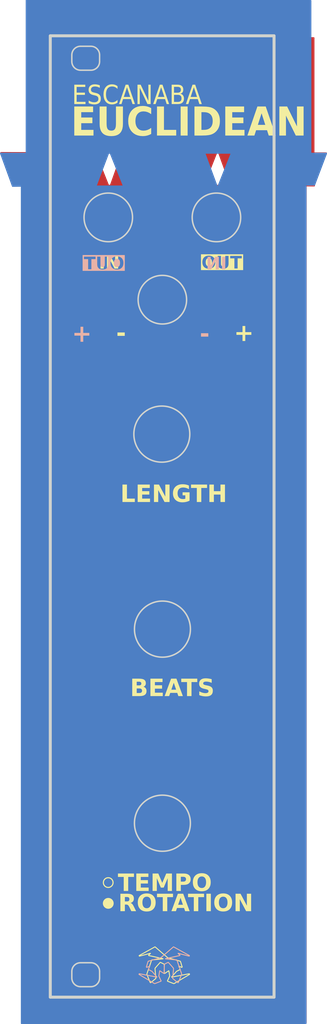
<source format=kicad_pcb>
(kicad_pcb (version 20221018) (generator pcbnew)
  (layers (0 "F.Cu" signal) (31 "B.Cu" signal) (34 "B.Paste" user) (35 "F.Paste" user) (36 "B.SilkS" user "B.Silkscreen") (37 "F.SilkS" user "F.Silkscreen") (38 "B.Mask" user) (39 "F.Mask" user) (44 "Edge.Cuts" user))
  (net 0 "")
  (gr_poly (pts (xy 105.164813 48.890955) (xy 106.708773 53.126557) (xy 117.950389 53.26365) (xy 119.556334 48.857093)) (stroke (width 0.15)) (fill solid) (layer "F.Cu"))
  (gr_poly (pts (xy 75.958977 48.80963) (xy 77.564922 53.039924) (xy 90.343896 53.124931) (xy 88.63158 48.844925)) (stroke (width 0.15)) (fill solid) (layer "F.Cu"))
  (gr_rect (start 78.74 53.215221) (end 116.84 165.1) (stroke (width 0.2)) (fill solid) (layer "F.Cu"))
  (gr_poly (pts (xy 92.222602 48.738846) (xy 90.647694 53.153331) (xy 103.185523 53.088889) (xy 104.915756 48.735826)) (stroke (width 0.15)) (fill solid) (layer "F.Cu"))
  (gr_rect (start 79.787659 33.485194) (end 117.887659 48.750594) (stroke (width 0.2)) (fill solid) (layer "F.Cu"))
  (gr_rect (start 79.374469 28.513269) (end 117.474469 48.858669) (stroke (width 0.2)) (fill solid) (layer "B.Cu"))
  (gr_poly (pts (xy 103.280867 48.87401) (xy 104.898102 53.227733) (xy 92.353439 53.209877) (xy 90.589425 48.825676)) (stroke (width 0.15)) (fill solid) (layer "B.Cu"))
  (gr_rect (start 78.724649 53.309594) (end 116.824649 165.194373) (stroke (width 0.2)) (fill solid) (layer "B.Cu"))
  (gr_poly (pts (xy 90.357548 48.942678) (xy 88.751603 53.172972) (xy 77.509987 53.310065) (xy 75.904042 48.903508)) (stroke (width 0.15)) (fill solid) (layer "B.Cu"))
  (gr_poly (pts (xy 119.605672 48.904003) (xy 117.999727 53.134297) (xy 105.098143 53.222098) (xy 106.828474 48.918025)) (stroke (width 0.15)) (fill solid) (layer "B.Cu"))
  (gr_poly (pts (xy 99.097141 154.979417) (xy 99.09329 154.97968) (xy 99.089469 154.980159) (xy 99.085729 154.980852) (xy 99.082122 154.981753) (xy 99.078696 154.982861) (xy 99.075503 154.98417) (xy 99.072593 154.985676) (xy 99.07126 154.986502) (xy 99.070016 154.987376) (xy 99.068868 154.988298) (xy 99.067823 154.989267) (xy 99.04214 155.010336) (xy 99.016642 155.031808) (xy 98.965958 155.075589) (xy 98.915274 155.119866) (xy 98.864094 155.163896) (xy 98.681531 155.320001) (xy 98.387844 155.573999) (xy 98.205282 155.732744) (xy 98.020073 155.891496) (xy 97.99638 155.910469) (xy 97.972903 155.929657) (xy 97.926477 155.968559) (xy 97.880547 156.007956) (xy 97.834865 156.047601) (xy 97.649657 156.206354) (xy 97.467094 156.365106) (xy 97.456553 156.37379) (xy 97.445767 156.381993) (xy 97.434741 156.389731) (xy 97.423479 156.39702) (xy 97.411984 156.403875) (xy 97.40026 156.410311) (xy 97.388312 156.416344) (xy 97.376143 156.42199) (xy 97.363757 156.427264) (xy 97.351157 156.432181) (xy 97.338349 156.436757) (xy 97.325335 156.441007) (xy 97.312119 156.444948) (xy 97.298706 156.448594) (xy 97.285099 156.451961) (xy 97.271302 156.455064) (xy 97.258404 156.457724) (xy 97.245505 156.460718) (xy 97.219709 156.46755) (xy 97.193912 156.47525) (xy 97.168115 156.483508) (xy 97.116521 156.500457) (xy 97.090724 156.508528) (xy 97.064928 156.515916) (xy 97.044211 156.521643) (xy 97.023711 156.526998) (xy 96.983238 156.537087) (xy 96.94326 156.547175) (xy 96.92338 156.552528) (xy 96.903532 156.558252) (xy 96.772563 156.597613) (xy 96.707078 156.616674) (xy 96.641593 156.634988) (xy 96.587602 156.648501) (xy 96.533114 156.661771) (xy 96.478627 156.675539) (xy 96.451538 156.682841) (xy 96.424635 156.690546) (xy 96.398839 156.697722) (xy 96.373042 156.705303) (xy 96.321448 156.721303) (xy 96.21826 156.754045) (xy 96.059511 156.796381) (xy 95.992497 156.814694) (xy 95.926227 156.833752) (xy 95.794928 156.873109) (xy 95.792417 156.87407) (xy 95.789848 156.874968) (xy 95.787225 156.875805) (xy 95.784551 156.87658) (xy 95.781831 156.877292) (xy 95.779069 156.877943) (xy 95.776267 156.878532) (xy 95.773431 156.879059) (xy 95.770564 156.879524) (xy 95.767669 156.879927) (xy 95.764751 156.880269) (xy 95.761814 156.880548) (xy 95.755897 156.88092) (xy 95.749949 156.881044) (xy 95.742745 156.882212) (xy 95.736002 156.883722) (xy 95.729703 156.885559) (xy 95.723827 156.887707) (xy 95.718356 156.890151) (xy 95.713271 156.892877) (xy 95.708554 156.895869) (xy 95.704185 156.899113) (xy 95.700145 156.902593) (xy 95.696416 156.906294) (xy 95.692978 156.910202) (xy 95.689813 156.914301) (xy 95.686902 156.918577) (xy 95.684226 156.923013) (xy 95.679504 156.932311) (xy 95.675494 156.942073) (xy 95.672047 156.95218) (xy 95.66901 156.962512) (xy 95.666233 156.972948) (xy 95.660853 156.993654) (xy 95.657949 157.003684) (xy 95.654699 157.013338) (xy 95.637336 157.062948) (xy 95.620964 157.112558) (xy 95.605585 157.162168) (xy 95.591198 157.211778) (xy 95.53299 157.415498) (xy 95.522613 157.447704) (xy 95.511493 157.480652) (xy 95.488011 157.547792) (xy 95.483826 157.560811) (xy 95.47933 157.574045) (xy 95.470152 157.60104) (xy 95.465842 157.614739) (xy 95.461967 157.628532) (xy 95.460249 157.635453) (xy 95.458711 157.642387) (xy 95.457374 157.649329) (xy 95.456261 157.656274) (xy 95.456067 157.657537) (xy 95.455976 157.658843) (xy 95.455986 157.660189) (xy 95.456091 157.661571) (xy 95.456287 157.662986) (xy 95.456569 157.664431) (xy 95.456934 157.665901) (xy 95.457378 157.667395) (xy 95.45848 157.670437) (xy 95.459843 157.673529) (xy 95.46143 157.676644) (xy 95.463207 157.679756) (xy 95.465139 157.682836) (xy 95.467191 157.685859) (xy 95.469329 157.688796) (xy 95.471516 157.691622) (xy 95.47372 157.694307) (xy 95.475904 157.696827) (xy 95.478034 157.699152) (xy 95.480074 157.701257) (xy 95.482178 157.702712) (xy 95.484498 157.704093) (xy 95.487004 157.705389) (xy 95.489665 157.706588) (xy 95.492451 157.707678) (xy 95.495329 157.708649) (xy 95.498269 157.709487) (xy 95.501241 157.710183) (xy 95.504212 157.710723) (xy 95.507152 157.711097) (xy 95.510031 157.711292) (xy 95.512816 157.711298) (xy 95.515477 157.711103) (xy 95.517984 157.710694) (xy 95.519169 157.710407) (xy 95.520304 157.710061) (xy 95.521385 157.709657) (xy 95.522407 157.709192) (xy 95.592315 157.680956) (xy 95.662967 157.651976) (xy 95.805511 157.592775) (xy 95.882241 157.561029) (xy 95.900761 157.561029) (xy 95.90079 157.56208) (xy 95.90087 157.563239) (xy 95.901133 157.565822) (xy 95.901459 157.568653) (xy 95.901753 157.571608) (xy 95.90186 157.573094) (xy 95.901924 157.574564) (xy 95.901933 157.576003) (xy 95.901877 157.577396) (xy 95.901744 157.578727) (xy 95.901521 157.57998) (xy 95.901372 157.580573) (xy 95.901197 157.581141) (xy 95.900994 157.581681) (xy 95.900761 157.582193) (xy 95.829986 157.735314) (xy 95.793605 157.81101) (xy 95.774733 157.848751) (xy 95.755241 157.886461) (xy 95.737862 157.919639) (xy 95.731144 157.933193) (xy 95.725847 157.945037) (xy 95.723758 157.950392) (xy 95.722055 157.955408) (xy 95.720748 157.960116) (xy 95.719848 157.964544) (xy 95.719364 157.968722) (xy 95.719307 157.972679) (xy 95.719687 157.976446) (xy 95.720515 157.980052) (xy 95.721799 157.983525) (xy 95.723551 157.986897) (xy 95.725781 157.990195) (xy 95.728499 157.993451) (xy 95.731714 157.996693) (xy 95.735438 157.999951) (xy 95.73968 158.003255) (xy 95.744451 158.006633) (xy 95.755619 158.013734) (xy 95.769023 158.02149) (xy 95.802866 158.039911) (xy 96.120367 158.203958) (xy 96.146452 158.215985) (xy 96.15948 158.222232) (xy 96.17229 158.228758) (xy 96.178566 158.232155) (xy 96.184729 158.235657) (xy 96.19076 158.239275) (xy 96.19664 158.243021) (xy 96.20235 158.246906) (xy 96.207869 158.250942) (xy 96.21318 158.255142) (xy 96.218261 158.259515) (xy 96.225613 158.267018) (xy 96.232798 158.274633) (xy 96.246746 158.290153) (xy 96.260259 158.305982) (xy 96.273493 158.322028) (xy 96.299745 158.354396) (xy 96.313072 158.370533) (xy 96.326741 158.386514) (xy 96.327229 158.386778) (xy 96.327703 158.387072) (xy 96.328162 158.387394) (xy 96.328606 158.387742) (xy 96.329456 158.388512) (xy 96.330255 158.389372) (xy 96.331008 158.390308) (xy 96.331718 158.39131) (xy 96.332389 158.392367) (xy 96.333025 158.393466) (xy 96.33363 158.394595) (xy 96.334209 158.395744) (xy 96.335299 158.398053) (xy 96.336327 158.4003) (xy 96.337325 158.402391) (xy 96.373002 158.440131) (xy 96.408431 158.478121) (xy 96.425975 158.497288) (xy 96.443364 158.516611) (xy 96.460567 158.536121) (xy 96.477553 158.555849) (xy 96.744782 158.862764) (xy 96.855906 159.000345) (xy 96.856868 159.001367) (xy 96.857772 159.002447) (xy 96.858621 159.003581) (xy 96.85942 159.004766) (xy 96.860173 159.005998) (xy 96.860883 159.007273) (xy 96.861554 159.008586) (xy 96.86219 159.009934) (xy 96.862796 159.011313) (xy 96.863374 159.01272) (xy 96.864464 159.015598) (xy 96.865493 159.018538) (xy 96.86649 159.021509) (xy 96.842678 159.021509) (xy 96.660116 158.98446) (xy 96.488136 158.94742) (xy 96.408761 158.931543) (xy 96.342408 158.917691) (xy 96.274815 158.904089) (xy 96.206727 158.890984) (xy 96.138886 158.878625) (xy 95.961615 158.849519) (xy 95.786991 158.812479) (xy 95.767028 158.808624) (xy 95.746848 158.804956) (xy 95.705962 158.797929) (xy 95.664579 158.790903) (xy 95.622949 158.78338) (xy 95.601116 158.779182) (xy 95.579252 158.774612) (xy 95.535307 158.764853) (xy 95.490865 158.755096) (xy 95.468381 158.750527) (xy 95.445679 158.746332) (xy 95.273699 158.717233) (xy 95.25199 158.713144) (xy 95.230498 158.708837) (xy 95.18804 158.699699) (xy 95.146079 158.690066) (xy 95.104366 158.680185) (xy 95.06104 158.672249) (xy 95.039998 158.668279) (xy 95.0197 158.664308) (xy 94.755116 158.614038) (xy 94.580492 158.584939) (xy 94.578507 158.584879) (xy 94.576523 158.584707) (xy 94.574539 158.584434) (xy 94.572554 158.584072) (xy 94.57057 158.583632) (xy 94.568585 158.583127) (xy 94.564617 158.581965) (xy 94.556679 158.579362) (xy 94.55271 158.578106) (xy 94.550726 158.57753) (xy 94.548742 158.577005) (xy 94.545781 158.576067) (xy 94.542851 158.575237) (xy 94.539954 158.574517) (xy 94.537089 158.573908) (xy 94.534256 158.573408) (xy 94.531458 158.57302) (xy 94.528693 158.572743) (xy 94.525963 158.572579) (xy 94.523267 158.572526) (xy 94.520607 158.572587) (xy 94.517983 158.572761) (xy 94.515395 158.573049) (xy 94.512844 158.573451) (xy 94.51033 158.573968) (xy 94.507854 158.5746) (xy 94.505416 158.575348) (xy 94.503017 158.576213) (xy 94.500657 158.577194) (xy 94.498337 158.578293) (xy 94.496057 158.579509) (xy 94.493818 158.580843) (xy 94.49162 158.582297) (xy 94.489464 158.583869) (xy 94.48735 158.585561) (xy 94.485278 158.587373) (xy 94.48325 158.589306) (xy 94.481265 158.59136) (xy 94.479324 158.593536) (xy 94.477428 158.595833) (xy 94.475577 158.598254) (xy 94.473772 158.600797) (xy 94.472012 158.603464) (xy 94.469358 158.608751) (xy 94.467729 158.611456) (xy 94.466311 158.614114) (xy 94.465097 158.616726) (xy 94.464082 158.619291) (xy 94.463258 158.62181) (xy 94.46262 158.624283) (xy 94.462161 158.626709) (xy 94.461875 158.629088) (xy 94.461756 158.631421) (xy 94.461797 158.633708) (xy 94.461992 158.635948) (xy 94.462335 158.638142) (xy 94.462819 158.640289) (xy 94.463439 158.64239) (xy 94.464187 158.644444) (xy 94.465058 158.646451) (xy 94.466046 158.648413) (xy 94.467143 158.650327) (xy 94.468344 158.652196) (xy 94.469642 158.654017) (xy 94.471031 158.655793) (xy 94.472506 158.657521) (xy 94.474058 158.659204) (xy 94.475683 158.660839) (xy 94.479124 158.663971) (xy 94.482778 158.666917) (xy 94.486595 158.669677) (xy 94.490525 158.67225) (xy 94.550015 158.706024) (xy 94.609257 158.740048) (xy 94.668002 158.774568) (xy 94.726004 158.809831) (xy 94.953546 158.947412) (xy 95.144046 159.058534) (xy 95.202006 159.092725) (xy 95.260463 159.127658) (xy 95.318919 159.163087) (xy 95.376879 159.198762) (xy 95.475767 159.25433) (xy 95.524591 159.282112) (xy 95.572671 159.309892) (xy 95.678505 159.376039) (xy 95.956317 159.540079) (xy 96.128297 159.640626) (xy 96.190268 159.678329) (xy 96.252982 159.716032) (xy 96.379652 159.791437) (xy 96.459688 159.841711) (xy 96.480162 159.853813) (xy 96.490512 159.859582) (xy 96.500946 159.865109) (xy 96.511474 159.870358) (xy 96.522103 159.875289) (xy 96.53284 159.879863) (xy 96.543693 159.884042) (xy 96.54646 159.884943) (xy 96.5493 159.885665) (xy 96.55221 159.886216) (xy 96.555186 159.886602) (xy 96.56132 159.886911) (xy 96.567671 159.88665) (xy 96.574208 159.885877) (xy 96.5809 159.88465) (xy 96.587716 159.883028) (xy 96.594626 159.881069) (xy 96.601597 159.87883) (xy 96.608599 159.876371) (xy 96.622572 159.871022) (xy 96.649527 159.860231) (xy 96.715425 159.835965) (xy 96.781818 159.810954) (xy 96.848212 159.785446) (xy 96.91411 159.759691) (xy 96.967275 159.739391) (xy 97.019943 159.718345) (xy 97.125777 159.67502) (xy 97.256745 159.623757) (xy 97.32223 159.598745) (xy 97.387715 159.57448) (xy 97.390644 159.573425) (xy 97.393478 159.572251) (xy 97.396213 159.570961) (xy 97.398846 159.569558) (xy 97.401374 159.568047) (xy 97.403795 159.566431) (xy 97.406106 159.564715) (xy 97.408303 159.562901) (xy 97.410383 159.560995) (xy 97.412345 159.558999) (xy 97.414184 159.556919) (xy 97.415899 159.554757) (xy 97.417486 159.552517) (xy 97.418941 159.550204) (xy 97.420263 159.547821) (xy 97.421449 159.545372) (xy 97.422495 159.542862) (xy 97.423398 159.540293) (xy 97.424157 159.53767) (xy 97.424767 159.534997) (xy 97.425225 159.532277) (xy 97.42553 159.529514) (xy 97.425678 159.526713) (xy 97.425666 159.523877) (xy 97.425491 159.52101) (xy 97.42515 159.518116) (xy 97.424641 159.515198) (xy 97.42396 159.512262) (xy 97.423105 159.509309) (xy 97.422073 159.506345) (xy 97.42086 159.503374) (xy 97.419465 159.500398) (xy 97.344388 159.346937) (xy 97.307471 159.270456) (xy 97.271297 159.193475) (xy 97.170755 158.973878) (xy 97.167692 158.967457) (xy 97.164482 158.961087) (xy 97.157774 158.948451) (xy 97.150943 158.935878) (xy 97.144298 158.923274) (xy 97.141142 158.916931) (xy 97.138148 158.910545) (xy 97.135356 158.904105) (xy 97.132805 158.8976) (xy 97.130532 158.891016) (xy 97.128578 158.884343) (xy 97.12698 158.87757) (xy 97.125777 158.870683) (xy 97.124966 158.864204) (xy 97.1245 158.857667) (xy 97.124352 158.851075) (xy 97.124495 158.844433) (xy 97.124901 158.837745) (xy 97.125544 158.831013) (xy 97.126396 158.824243) (xy 97.12743 158.817439) (xy 97.129937 158.80374) (xy 97.132846 158.789948) (xy 97.139005 158.762208) (xy 97.140087 158.755758) (xy 97.141331 158.749304) (xy 97.144214 158.736369) (xy 97.14747 158.723373) (xy 97.150912 158.710284) (xy 97.154354 158.697071) (xy 97.157609 158.683702) (xy 97.160493 158.670147) (xy 97.161737 158.66329) (xy 97.162818 158.656374) (xy 97.175055 158.55583) (xy 97.181793 158.505309) (xy 97.189276 158.455286) (xy 97.197668 158.408078) (xy 97.206805 158.361363) (xy 97.226318 158.267435) (xy 97.236901 158.196001) (xy 97.237939 158.192246) (xy 97.239064 158.188906) (xy 97.24027 158.185965) (xy 97.241552 158.183402) (xy 97.242904 158.181199) (xy 97.244319 158.179339) (xy 97.245793 158.177802) (xy 97.247319 158.176571) (xy 97.248892 158.175626) (xy 97.250505 158.17495) (xy 97.252153 158.174524) (xy 97.25383 158.174329) (xy 97.255531 158.174348) (xy 97.257249 158.174561) (xy 97.258978 158.174951) (xy 97.260714 158.175498) (xy 97.262449 158.176186) (xy 97.264178 158.176994) (xy 97.265896 158.177905) (xy 97.267597 158.1789) (xy 97.270922 158.18107) (xy 97.274108 158.183356) (xy 97.279875 158.187686) (xy 97.282364 158.189436) (xy 97.284526 158.190713) (xy 97.385316 158.256656) (xy 97.48561 158.32334) (xy 97.686693 158.457941) (xy 97.699705 158.466751) (xy 97.712903 158.475345) (xy 97.726225 158.483754) (xy 97.73961 158.492007) (xy 97.792527 158.524087) (xy 97.795052 158.525686) (xy 97.797659 158.527012) (xy 97.800339 158.528074) (xy 97.803079 158.528879) (xy 97.80587 158.529434) (xy 97.8087 158.529746) (xy 97.811559 158.529823) (xy 97.814437 158.529671) (xy 97.817323 158.529299) (xy 97.820206 158.528713) (xy 97.823075 158.52792) (xy 97.82592 158.526928) (xy 97.82873 158.525745) (xy 97.831494 158.524377) (xy 97.834203 158.522831) (xy 97.836844 158.521116) (xy 97.839408 158.519237) (xy 97.841884 158.517204) (xy 97.844261 158.515021) (xy 97.846528 158.512698) (xy 97.848676 158.510241) (xy 97.850692 158.507658) (xy 97.852567 158.504955) (xy 97.85429 158.502141) (xy 97.85585 158.499221) (xy 97.857237 158.496204) (xy 97.85844 158.493098) (xy 97.859447 158.489908) (xy 97.86025 158.486642) (xy 97.860836 158.483308) (xy 97.861196 158.479914) (xy 97.861318 158.476465) (xy 97.861318 158.206598) (xy 97.855696 157.918203) (xy 97.848089 157.629808) (xy 97.840482 157.482962) (xy 97.837299 157.409542) (xy 97.83486 157.336122) (xy 97.834891 157.335107) (xy 97.834982 157.334049) (xy 97.835131 157.332952) (xy 97.835336 157.331821) (xy 97.835907 157.329469) (xy 97.836679 157.327024) (xy 97.837638 157.324517) (xy 97.838767 157.32198) (xy 97.840051 157.319442) (xy 97.841475 157.316936) (xy 97.843022 157.314492) (xy 97.844679 157.31214) (xy 97.846428 157.309913) (xy 97.848255 157.307841) (xy 97.850144 157.305955) (xy 97.851106 157.305091) (xy 97.852079 157.304285) (xy 97.853059 157.303541) (xy 97.854045 157.302864) (xy 97.855035 157.302256) (xy 97.856027 157.301721) (xy 97.991295 157.230617) (xy 98.059549 157.195684) (xy 98.128547 157.161493) (xy 98.186963 157.133754) (xy 98.246618 157.106263) (xy 98.30677 157.079268) (xy 98.366673 157.053018) (xy 98.369212 157.052116) (xy 98.371851 157.051397) (xy 98.374568 157.050856) (xy 98.37734 157.05049) (xy 98.380142 157.050295) (xy 98.382952 157.050267) (xy 98.385746 157.050401) (xy 98.388502 157.050695) (xy 98.391196 157.051144) (xy 98.393804 157.051744) (xy 98.396304 157.052492) (xy 98.398672 157.053383) (xy 98.400885 157.054414) (xy 98.402919 157.05558) (xy 98.403863 157.056213) (xy 98.404753 157.056879) (xy 98.405586 157.057576) (xy 98.406361 157.058305) (xy 98.625966 157.304361) (xy 98.739405 157.430043) (xy 98.795257 157.492634) (xy 98.850861 157.555719) (xy 98.872798 157.581289) (xy 98.894889 157.606487) (xy 98.939166 157.656263) (xy 98.982946 157.706038) (xy 99.004417 157.731237) (xy 99.025486 157.756807) (xy 99.035924 157.769825) (xy 99.046983 157.78306) (xy 99.058041 157.79648) (xy 99.063377 157.80325) (xy 99.06848 157.810055) (xy 99.073273 157.816891) (xy 99.077679 157.823754) (xy 99.081619 157.830641) (xy 99.085017 157.837547) (xy 99.086488 157.841006) (xy 99.087794 157.844468) (xy 99.088926 157.847934) (xy 99.089874 157.851402) (xy 99.090629 157.854872) (xy 99.091179 157.858343) (xy 99.091517 157.861816) (xy 99.091631 157.865289) (xy 99.091807 157.904977) (xy 99.090556 157.944665) (xy 99.08819 157.984354) (xy 99.085017 158.024042) (xy 99.077493 158.103418) (xy 99.073762 158.143106) (xy 99.070465 158.182794) (xy 99.069354 158.199548) (xy 99.068026 158.216115) (xy 99.064842 158.248937) (xy 99.061163 158.281759) (xy 99.057235 158.31508) (xy 99.030777 158.632585) (xy 99.02685 158.665907) (xy 99.02317 158.698732) (xy 99.019987 158.731556) (xy 99.01866 158.748124) (xy 99.017549 158.764879) (xy 98.99109 159.082384) (xy 98.977862 159.137941) (xy 98.977008 159.143314) (xy 98.976425 159.148521) (xy 98.976106 159.153567) (xy 98.976043 159.158457) (xy 98.976227 159.163197) (xy 98.976652 159.167789) (xy 98.97731 159.17224) (xy 98.978192 159.176555) (xy 98.979292 159.180738) (xy 98.9806 159.184793) (xy 98.982111 159.188727) (xy 98.983815 159.192543) (xy 98.985705 159.196247) (xy 98.987773 159.199844) (xy 98.990012 159.203337) (xy 98.992414 159.206733) (xy 98.99497 159.210036) (xy 98.997674 159.213251) (xy 99.003493 159.219435) (xy 99.009808 159.225324) (xy 99.016557 159.230958) (xy 99.023678 159.236374) (xy 99.031109 159.241613) (xy 99.038788 159.246712) (xy 99.046653 159.25171) (xy 99.05205 159.255214) (xy 99.05733 159.258776) (xy 99.062501 159.262392) (xy 99.067572 159.266058) (xy 99.077442 159.273527) (xy 99.087002 159.28115) (xy 99.096314 159.288897) (xy 99.10544 159.296737) (xy 99.123382 159.31257) (xy 99.311236 159.471323) (xy 99.375191 159.522916) (xy 99.43989 159.574506) (xy 99.570528 159.67769) (xy 99.652549 159.749132) (xy 99.655277 159.751527) (xy 99.658004 159.753752) (xy 99.660726 159.755806) (xy 99.663443 159.757689) (xy 99.666152 159.759402) (xy 99.668851 159.760945) (xy 99.671538 159.762317) (xy 99.674212 159.763518) (xy 99.676871 159.764549) (xy 99.679511 159.76541) (xy 99.682133 159.766099) (xy 99.684733 159.766619) (xy 99.68731 159.766967) (xy 99.689862 159.767145) (xy 99.692387 159.767153) (xy 99.694883 159.76699) (xy 99.697347 159.766657) (xy 99.699779 159.766153) (xy 99.702176 159.765478) (xy 99.704536 159.764633) (xy 99.706857 159.763617) (xy 99.709138 159.762431) (xy 99.711375 159.761075) (xy 99.713569 159.759547) (xy 99.715716 159.757849) (xy 99.717814 159.755981) (xy 99.719862 159.753942) (xy 99.721858 159.751733) (xy 99.723799 159.749353) (xy 99.725684 159.746802) (xy 99.727511 159.744081) (xy 99.729278 159.741189) (xy 99.751437 159.701005) (xy 99.773596 159.659829) (xy 99.784365 159.638869) (xy 99.794763 159.617661) (xy 99.804664 159.596205) (xy 99.813945 159.574502) (xy 99.830466 159.53458) (xy 99.846398 159.494256) (xy 99.877115 159.412773) (xy 99.907335 159.330795) (xy 99.9383 159.249063) (xy 100.004446 159.090311) (xy 100.027844 159.030734) (xy 100.050747 158.970912) (xy 100.097049 158.849535) (xy 100.119622 158.791989) (xy 100.14269 158.734445) (xy 100.153945 158.705673) (xy 100.164766 158.676901) (xy 100.174967 158.648129) (xy 100.184362 158.619356) (xy 100.185037 158.617349) (xy 100.185579 158.615298) (xy 100.185993 158.613205) (xy 100.186284 158.611072) (xy 100.18646 158.608903) (xy 100.186525 158.6067) (xy 100.186346 158.602199) (xy 100.185796 158.59759) (xy 100.18492 158.592891) (xy 100.183765 158.588123) (xy 100.182378 158.583304) (xy 100.180804 158.578454) (xy 100.179091 158.573593) (xy 100.175432 158.563912) (xy 100.171774 158.554419) (xy 100.168487 158.545267) (xy 100.067946 158.256876) (xy 100.043678 158.18585) (xy 100.018667 158.115321) (xy 99.967404 157.973772) (xy 99.898613 157.764741) (xy 99.827175 157.555719) (xy 99.753092 157.341409) (xy 99.717373 157.235905) (xy 99.681654 157.132387) (xy 99.645605 157.021264) (xy 99.62696 156.9657) (xy 99.607571 156.910135) (xy 99.593639 156.870448) (xy 99.579459 156.830762) (xy 99.564783 156.791077) (xy 99.549363 156.75139) (xy 99.54822 156.748883) (xy 99.546794 156.746341) (xy 99.545113 156.743791) (xy 99.543203 156.741261) (xy 99.541091 156.738777) (xy 99.538805 156.736367) (xy 99.536372 156.734057) (xy 99.533818 156.731876) (xy 99.531172 156.729849) (xy 99.52846 156.728005) (xy 99.525708 156.72637) (xy 99.522946 156.724971) (xy 99.520198 156.723836) (xy 99.518839 156.723376) (xy 99.517494 156.722992) (xy 99.516166 156.722687) (xy 99.514859 156.722465) (xy 99.513576 156.72233) (xy 99.512321 156.722284) (xy 99.495568 156.719432) (xy 99.479 156.716829) (xy 99.462557 156.714474) (xy 99.446175 156.712367) (xy 99.429794 156.710507) (xy 99.41335 156.708895) (xy 99.396783 156.707531) (xy 99.380029 156.706415) (xy 99.223925 156.694174) (xy 99.145625 156.687434) (xy 99.067821 156.679948) (xy 98.813821 156.65349) (xy 98.538655 156.627031) (xy 98.295238 156.600572) (xy 98.161624 156.588336) (xy 98.095065 156.581596) (xy 98.02801 156.574113) (xy 98.027514 156.574091) (xy 98.027018 156.574024) (xy 98.026522 156.573915) (xy 98.026025 156.573767) (xy 98.025529 156.573582) (xy 98.025033 156.573363) (xy 98.024537 156.573112) (xy 98.024041 156.572831) (xy 98.023049 156.572191) (xy 98.022056 156.571461) (xy 98.021064 156.570661) (xy 98.020072 156.569811) (xy 98.018088 156.568038) (xy 98.016103 156.566295) (xy 98.015111 156.565484) (xy 98.014119 156.564739) (xy 98.013126 156.564079) (xy 98.01263 156.563787) (xy 98.012134 156.563524) (xy 98.013126 156.562998) (xy 98.014119 156.562423) (xy 98.015111 156.561808) (xy 98.016103 156.561167) (xy 98.018088 156.55985) (xy 98.020072 156.558564) (xy 98.021064 156.557961) (xy 98.022056 156.557402) (xy 98.023049 156.556896) (xy 98.024041 156.556457) (xy 98.025033 156.556095) (xy 98.025529 156.555946) (xy 98.026025 156.555822) (xy 98.026522 156.555722) (xy 98.027018 156.555649) (xy 98.027514 156.555604) (xy 98.02801 156.555589) (xy 98.101432 156.538185) (xy 98.174854 156.521523) (xy 98.321698 156.489442) (xy 98.361344 156.481923) (xy 98.400742 156.474896) (xy 98.439644 156.467868) (xy 98.458831 156.464199) (xy 98.477802 156.460344) (xy 98.676239 156.410074) (xy 98.694217 156.406219) (xy 98.712412 156.402551) (xy 98.74933 156.395524) (xy 98.786744 156.388495) (xy 98.824406 156.380968) (xy 98.844131 156.376886) (xy 98.863639 156.372617) (xy 98.902128 156.363771) (xy 98.940121 156.354924) (xy 98.977865 156.346574) (xy 99.12074 156.314828) (xy 99.160841 156.304943) (xy 99.201438 156.295309) (xy 99.242035 156.286172) (xy 99.282136 156.27778) (xy 99.417073 156.248682) (xy 99.436916 156.244592) (xy 99.45676 156.240286) (xy 99.496448 156.231147) (xy 99.536135 156.221514) (xy 99.575822 156.211633) (xy 99.726635 156.182535) (xy 99.821886 156.162357) (xy 99.869511 156.151651) (xy 99.917136 156.140199) (xy 99.920763 156.139108) (xy 99.924204 156.137825) (xy 99.927456 156.13636) (xy 99.93052 156.134722) (xy 99.933393 156.132922) (xy 99.936076 156.130968) (xy 99.938567 156.128871) (xy 99.940865 156.126641) (xy 99.94297 156.124286) (xy 99.944879 156.121817) (xy 99.946593 156.119244) (xy 99.94811 156.116575) (xy 99.94943 156.113821) (xy 99.950551 156.110992) (xy 99.951472 156.108096) (xy 99.952193 156.105145) (xy 99.952712 156.102147) (xy 99.953029 156.099112) (xy 99.953142 156.09605) (xy 99.95305 156.092971) (xy 99.952754 156.089884) (xy 99.952251 156.086798) (xy 99.95154 156.083725) (xy 99.950622 156.080672) (xy 99.949494 156.077651) (xy 99.948155 156.07467) (xy 99.946606 156.07174) (xy 99.944844 156.06887) (xy 99.942869 156.066069) (xy 99.94068 156.063348) (xy 99.938276 156.060716) (xy 99.935656 156.058183) (xy 99.729282 155.878267) (xy 99.727358 155.876717) (xy 99.725546 155.875051) (xy 99.723834 155.873277) (xy 99.722212 155.871401) (xy 99.720668 155.869433) (xy 99.719189 155.86738) (xy 99.717765 155.865249) (xy 99.716383 155.863049) (xy 99.705469 155.843866) (xy 99.711422 155.843757) (xy 99.717375 155.843494) (xy 99.729281 155.842873) (xy 99.735235 155.842702) (xy 99.738211 155.842693) (xy 99.741188 155.842749) (xy 99.744164 155.842883) (xy 99.747141 155.843106) (xy 99.750118 155.84343) (xy 99.753094 155.843866) (xy 99.782973 155.851043) (xy 99.813039 155.858623) (xy 99.873479 155.874623) (xy 99.993865 155.907365) (xy 100.039505 155.920802) (xy 100.085145 155.933493) (xy 100.176426 155.957635) (xy 100.351052 155.999971) (xy 100.396693 156.013408) (xy 100.442334 156.026099) (xy 100.533615 156.050241) (xy 100.624896 156.070419) (xy 100.670537 156.081125) (xy 100.716177 156.092577) (xy 100.757849 156.102957) (xy 100.799521 156.114078) (xy 100.841193 156.125694) (xy 100.882864 156.137559) (xy 100.898858 156.142404) (xy 100.915069 156.14703) (xy 100.931466 156.151469) (xy 100.948018 156.155752) (xy 100.981463 156.163976) (xy 101.015156 156.171953) (xy 101.031139 156.175598) (xy 101.047278 156.178777) (xy 101.079648 156.184854) (xy 101.095694 156.188311) (xy 101.103641 156.190266) (xy 101.111522 156.192419) (xy 101.119326 156.194805) (xy 101.127041 156.197458) (xy 101.134655 156.200413) (xy 101.142156 156.203706) (xy 101.145583 156.205343) (xy 101.148918 156.206782) (xy 101.152164 156.208029) (xy 101.155323 156.209087) (xy 101.158397 156.209961) (xy 101.161388 156.210655) (xy 101.164297 156.211174) (xy 101.167126 156.211521) (xy 101.169878 156.211702) (xy 101.172555 156.211721) (xy 101.175158 156.211582) (xy 101.177689 156.211289) (xy 101.18015 156.210847) (xy 101.182544 156.21026) (xy 101.184872 156.209533) (xy 101.187135 156.208669) (xy 101.189337 156.207674) (xy 101.191479 156.206551) (xy 101.193562 156.205305) (xy 101.19559 156.203941) (xy 101.197563 156.202462) (xy 101.199483 156.200873) (xy 101.201354 156.199178) (xy 101.203176 156.197383) (xy 101.204951 156.19549) (xy 101.206682 156.193505) (xy 101.210018 156.189274) (xy 101.213198 156.184726) (xy 101.216239 156.179895) (xy 101.21762 156.17719) (xy 101.21879 156.174532) (xy 101.219756 156.17192) (xy 101.220523 156.169355) (xy 101.221099 156.166836) (xy 101.221489 156.164363) (xy 101.2217 156.161937) (xy 101.221738 156.159558) (xy 101.221609 156.157225) (xy 101.22132 156.154938) (xy 101.220877 156.152698) (xy 101.220286 156.150504) (xy 101.219553 156.148357) (xy 101.218686 156.146256) (xy 101.217689 156.144202) (xy 101.21657 156.142194) (xy 101.215335 156.140233) (xy 101.213989 156.138318) (xy 101.21254 156.13645) (xy 101.210994 156.134628) (xy 101.209357 156.132853) (xy 101.207635 156.131124) (xy 101.203961 156.127806) (xy 101.200024 156.124675) (xy 101.195874 156.121729) (xy 101.191561 156.118969) (xy 101.187135 156.116395) (xy 100.859052 155.941774) (xy 100.446302 155.716875) (xy 100.160552 155.558122) (xy 99.747802 155.330583) (xy 99.680788 155.294452) (xy 99.614518 155.257825) (xy 99.483219 155.185068) (xy 99.30198 155.083531) (xy 99.12074 154.98398) (xy 99.119455 154.983267) (xy 99.118082 154.982615) (xy 99.116629 154.982025) (xy 99.115102 154.981495) (xy 99.111851 154.980614) (xy 99.108379 154.97997) (xy 99.104737 154.979559) (xy 99.100974 154.979376)) (stroke (width 0.127)) (fill none) (layer "B.SilkS"))
  (gr_circle (center 90.344498 149.159074) (end 90.993418 149.159074) (stroke (width 0.15)) (fill solid) (layer "F.SilkS"))
  (gr_circle (center 90.336345 146.383379) (end 90.985265 146.383379) (stroke (width 0.15)) (fill none) (layer "F.SilkS"))
  (gr_poly (pts (xy 96.607958 154.979949) (xy 96.611809 154.980212) (xy 96.61563 154.980691) (xy 96.61937 154.981384) (xy 96.622977 154.982285) (xy 96.626403 154.983393) (xy 96.629596 154.984702) (xy 96.632506 154.986208) (xy 96.633839 154.987034) (xy 96.635083 154.987908) (xy 96.636231 154.98883) (xy 96.637276 154.989799) (xy 96.662959 155.010868) (xy 96.688457 155.03234) (xy 96.739141 155.076121) (xy 96.789825 155.120398) (xy 96.841005 155.164428) (xy 97.023568 155.320533) (xy 97.317255 155.574531) (xy 97.499817 155.733276) (xy 97.685026 155.892028) (xy 97.708719 155.911001) (xy 97.732196 155.930189) (xy 97.778622 155.969091) (xy 97.824552 156.008488) (xy 97.870234 156.048133) (xy 98.055442 156.206886) (xy 98.238005 156.365638) (xy 98.248546 156.374322) (xy 98.259332 156.382525) (xy 98.270358 156.390263) (xy 98.28162 156.397552) (xy 98.293115 156.404407) (xy 98.304839 156.410843) (xy 98.316787 156.416876) (xy 98.328956 156.422522) (xy 98.341342 156.427796) (xy 98.353942 156.432713) (xy 98.36675 156.437289) (xy 98.379764 156.441539) (xy 98.39298 156.44548) (xy 98.406393 156.449126) (xy 98.42 156.452493) (xy 98.433797 156.455596) (xy 98.446695 156.458256) (xy 98.459594 156.46125) (xy 98.48539 156.468082) (xy 98.511187 156.475782) (xy 98.536984 156.48404) (xy 98.588578 156.500989) (xy 98.614375 156.50906) (xy 98.640171 156.516448) (xy 98.660888 156.522175) (xy 98.681388 156.52753) (xy 98.721861 156.537619) (xy 98.761839 156.547707) (xy 98.781719 156.55306) (xy 98.801567 156.558784) (xy 98.932536 156.598145) (xy 98.998021 156.617206) (xy 99.063506 156.63552) (xy 99.117497 156.649033) (xy 99.171985 156.662303) (xy 99.226472 156.676071) (xy 99.253561 156.683373) (xy 99.280464 156.691078) (xy 99.30626 156.698254) (xy 99.332057 156.705835) (xy 99.383651 156.721835) (xy 99.486839 156.754577) (xy 99.645588 156.796913) (xy 99.712602 156.815226) (xy 99.778872 156.834284) (xy 99.910171 156.873641) (xy 99.912682 156.874602) (xy 99.915251 156.8755) (xy 99.917874 156.876337) (xy 99.920548 156.877112) (xy 99.923268 156.877824) (xy 99.92603 156.878475) (xy 99.928832 156.879064) (xy 99.931668 156.879591) (xy 99.934535 156.880056) (xy 99.93743 156.880459) (xy 99.940348 156.880801) (xy 99.943285 156.88108) (xy 99.949202 156.881452) (xy 99.95515 156.881576) (xy 99.962354 156.882744) (xy 99.969097 156.884254) (xy 99.975396 156.886091) (xy 99.981272 156.888239) (xy 99.986743 156.890683) (xy 99.991828 156.893409) (xy 99.996545 156.896401) (xy 100.000914 156.899645) (xy 100.004954 156.903125) (xy 100.008683 156.906826) (xy 100.012121 156.910734) (xy 100.015286 156.914833) (xy 100.018197 156.919109) (xy 100.020873 156.923545) (xy 100.025595 156.932843) (xy 100.029605 156.942605) (xy 100.033052 156.952712) (xy 100.036089 156.963044) (xy 100.038866 156.97348) (xy 100.044246 156.994186) (xy 100.04715 157.004216) (xy 100.0504 157.01387) (xy 100.067763 157.06348) (xy 100.084135 157.11309) (xy 100.099514 157.1627) (xy 100.113901 157.21231) (xy 100.172109 157.41603) (xy 100.182486 157.448236) (xy 100.193606 157.481184) (xy 100.217088 157.548324) (xy 100.221273 157.561343) (xy 100.225769 157.574577) (xy 100.234947 157.601572) (xy 100.239257 157.615271) (xy 100.243132 157.629064) (xy 100.24485 157.635985) (xy 100.246388 157.642919) (xy 100.247725 157.649861) (xy 100.248838 157.656806) (xy 100.249032 157.658069) (xy 100.249123 157.659375) (xy 100.249113 157.660721) (xy 100.249008 157.662103) (xy 100.248812 157.663518) (xy 100.24853 157.664963) (xy 100.248165 157.666433) (xy 100.247721 157.667927) (xy 100.246619 157.670969) (xy 100.245256 157.674061) (xy 100.243669 157.677176) (xy 100.241892 157.680288) (xy 100.23996 157.683368) (xy 100.237908 157.686391) (xy 100.23577 157.689328) (xy 100.233583 157.692154) (xy 100.231379 157.694839) (xy 100.229195 157.697359) (xy 100.227065 157.699684) (xy 100.225025 157.701789) (xy 100.222921 157.703244) (xy 100.220601 157.704625) (xy 100.218095 157.705921) (xy 100.215434 157.70712) (xy 100.212648 157.70821) (xy 100.20977 157.709181) (xy 100.20683 157.710019) (xy 100.203858 157.710715) (xy 100.200887 157.711255) (xy 100.197947 157.711629) (xy 100.195068 157.711824) (xy 100.192283 157.71183) (xy 100.189622 157.711635) (xy 100.187115 157.711226) (xy 100.18593 157.710939) (xy 100.184795 157.710593) (xy 100.183714 157.710189) (xy 100.182692 157.709724) (xy 100.112784 157.681488) (xy 100.042132 157.652508) (xy 99.899588 157.593307) (xy 99.822858 157.561561) (xy 99.804338 157.561561) (xy 99.804309 157.562612) (xy 99.804229 157.563771) (xy 99.803966 157.566354) (xy 99.80364 157.569185) (xy 99.803346 157.57214) (xy 99.803239 157.573626) (xy 99.803175 157.575096) (xy 99.803166 157.576535) (xy 99.803222 157.577928) (xy 99.803355 157.579259) (xy 99.803578 157.580512) (xy 99.803727 157.581105) (xy 99.803902 157.581673) (xy 99.804105 157.582213) (xy 99.804338 157.582725) (xy 99.875113 157.735846) (xy 99.911494 157.811542) (xy 99.930366 157.849283) (xy 99.949858 157.886993) (xy 99.967237 157.920171) (xy 99.973955 157.933725) (xy 99.979252 157.945569) (xy 99.981341 157.950924) (xy 99.983044 157.95594) (xy 99.984351 157.960648) (xy 99.985251 157.965076) (xy 99.985735 157.969254) (xy 99.985792 157.973211) (xy 99.985412 157.976978) (xy 99.984584 157.980584) (xy 99.9833 157.984057) (xy 99.981548 157.987429) (xy 99.979318 157.990727) (xy 99.9766 157.993983) (xy 99.973385 157.997225) (xy 99.969661 158.000483) (xy 99.965419 158.003787) (xy 99.960648 158.007165) (xy 99.94948 158.014266) (xy 99.936076 158.022022) (xy 99.902233 158.040443) (xy 99.584732 158.20449) (xy 99.558647 158.216517) (xy 99.545619 158.222764) (xy 99.532809 158.22929) (xy 99.526533 158.232687) (xy 99.52037 158.236189) (xy 99.514339 158.239807) (xy 99.508459 158.243553) (xy 99.502749 158.247438) (xy 99.49723 158.251474) (xy 99.491919 158.255674) (xy 99.486838 158.260047) (xy 99.479486 158.26755) (xy 99.472301 158.275165) (xy 99.458353 158.290685) (xy 99.44484 158.306514) (xy 99.431606 158.32256) (xy 99.405354 158.354928) (xy 99.392027 158.371065) (xy 99.378358 158.387046) (xy 99.37787 158.38731) (xy 99.377396 158.387604) (xy 99.376937 158.387926) (xy 99.376493 158.388274) (xy 99.375643 158.389044) (xy 99.374844 158.389904) (xy 99.374091 158.39084) (xy 99.373381 158.391842) (xy 99.37271 158.392899) (xy 99.372074 158.393998) (xy 99.371469 158.395127) (xy 99.37089 158.396276) (xy 99.3698 158.398585) (xy 99.368772 158.400832) (xy 99.367774 158.402923) (xy 99.332097 158.440663) (xy 99.296668 158.478653) (xy 99.279124 158.49782) (xy 99.261735 158.517143) (xy 99.244532 158.536653) (xy 99.227546 158.556381) (xy 98.960317 158.863296) (xy 98.849193 159.000877) (xy 98.848231 159.001899) (xy 98.847327 159.002979) (xy 98.846478 159.004113) (xy 98.845679 159.005298) (xy 98.844926 159.00653) (xy 98.844216 159.007805) (xy 98.843545 159.009118) (xy 98.842909 159.010466) (xy 98.842303 159.011845) (xy 98.841725 159.013252) (xy 98.840635 159.01613) (xy 98.839606 159.01907) (xy 98.838609 159.022041) (xy 98.862421 159.022041) (xy 99.044983 158.984992) (xy 99.216963 158.947952) (xy 99.296338 158.932075) (xy 99.362691 158.918223) (xy 99.430284 158.904621) (xy 99.498372 158.891516) (xy 99.566213 158.879157) (xy 99.743484 158.850051) (xy 99.918108 158.813011) (xy 99.938071 158.809156) (xy 99.958251 158.805488) (xy 99.999137 158.798461) (xy 100.04052 158.791435) (xy 100.08215 158.783912) (xy 100.103983 158.779714) (xy 100.125847 158.775144) (xy 100.169792 158.765385) (xy 100.214234 158.755628) (xy 100.236718 158.751059) (xy 100.25942 158.746864) (xy 100.4314 158.717765) (xy 100.453109 158.713676) (xy 100.474601 158.709369) (xy 100.517059 158.700231) (xy 100.55902 158.690598) (xy 100.600733 158.680717) (xy 100.644059 158.672781) (xy 100.665101 158.668811) (xy 100.685399 158.66484) (xy 100.949983 158.61457) (xy 101.124607 158.585471) (xy 101.126592 158.585411) (xy 101.128576 158.585239) (xy 101.13056 158.584966) (xy 101.132545 158.584604) (xy 101.134529 158.584164) (xy 101.136514 158.583659) (xy 101.140482 158.582497) (xy 101.14842 158.579894) (xy 101.152389 158.578638) (xy 101.154373 158.578062) (xy 101.156357 158.577537) (xy 101.159318 158.576599) (xy 101.162248 158.575769) (xy 101.165145 158.575049) (xy 101.16801 158.57444) (xy 101.170843 158.57394) (xy 101.173641 158.573552) (xy 101.176406 158.573275) (xy 101.179136 158.573111) (xy 101.181832 158.573058) (xy 101.184492 158.573119) (xy 101.187116 158.573293) (xy 101.189704 158.573581) (xy 101.192255 158.573983) (xy 101.194769 158.5745) (xy 101.197245 158.575132) (xy 101.199683 158.57588) (xy 101.202082 158.576745) (xy 101.204442 158.577726) (xy 101.206762 158.578825) (xy 101.209042 158.580041) (xy 101.211281 158.581375) (xy 101.213479 158.582829) (xy 101.215635 158.584401) (xy 101.217749 158.586093) (xy 101.219821 158.587905) (xy 101.221849 158.589838) (xy 101.223834 158.591892) (xy 101.225775 158.594068) (xy 101.227671 158.596365) (xy 101.229522 158.598786) (xy 101.231327 158.601329) (xy 101.233087 158.603996) (xy 101.235741 158.609283) (xy 101.23737 158.611988) (xy 101.238788 158.614646) (xy 101.240002 158.617258) (xy 101.241017 158.619823) (xy 101.241841 158.622342) (xy 101.242479 158.624815) (xy 101.242938 158.627241) (xy 101.243224 158.62962) (xy 101.243343 158.631953) (xy 101.243302 158.63424) (xy 101.243107 158.63648) (xy 101.242764 158.638674) (xy 101.24228 158.640821) (xy 101.24166 158.642922) (xy 101.240912 158.644976) (xy 101.240041 158.646983) (xy 101.239053 158.648945) (xy 101.237956 158.650859) (xy 101.236755 158.652728) (xy 101.235457 158.654549) (xy 101.234068 158.656325) (xy 101.232593 158.658053) (xy 101.231041 158.659736) (xy 101.229416 158.661371) (xy 101.225975 158.664503) (xy 101.222321 158.667449) (xy 101.218504 158.670209) (xy 101.214574 158.672782) (xy 101.155084 158.706556) (xy 101.095842 158.74058) (xy 101.037097 158.7751) (xy 100.979095 158.810363) (xy 100.751553 158.947944) (xy 100.561053 159.059066) (xy 100.503093 159.093257) (xy 100.444636 159.12819) (xy 100.38618 159.163619) (xy 100.32822 159.199294) (xy 100.229332 159.254862) (xy 100.180508 159.282644) (xy 100.132428 159.310424) (xy 100.026594 159.376571) (xy 99.748782 159.540611) (xy 99.576802 159.641158) (xy 99.514831 159.678861) (xy 99.452117 159.716564) (xy 99.325447 159.791969) (xy 99.245411 159.842243) (xy 99.224937 159.854345) (xy 99.214587 159.860114) (xy 99.204153 159.865641) (xy 99.193625 159.87089) (xy 99.182996 159.875821) (xy 99.172259 159.880395) (xy 99.161406 159.884574) (xy 99.158639 159.885475) (xy 99.155799 159.886197) (xy 99.152889 159.886748) (xy 99.149913 159.887134) (xy 99.143779 159.887443) (xy 99.137428 159.887182) (xy 99.130891 159.886409) (xy 99.124199 159.885182) (xy 99.117383 159.88356) (xy 99.110473 159.881601) (xy 99.103502 159.879362) (xy 99.0965 159.876903) (xy 99.082527 159.871554) (xy 99.055572 159.860763) (xy 98.989674 159.836497) (xy 98.923281 159.811486) (xy 98.856887 159.785978) (xy 98.790989 159.760223) (xy 98.737824 159.739923) (xy 98.685156 159.718877) (xy 98.579322 159.675552) (xy 98.448354 159.624289) (xy 98.382869 159.599277) (xy 98.317384 159.575012) (xy 98.314455 159.573957) (xy 98.311621 159.572783) (xy 98.308886 159.571493) (xy 98.306253 159.57009) (xy 98.303725 159.568579) (xy 98.301304 159.566963) (xy 98.298993 159.565247) (xy 98.296796 159.563433) (xy 98.294716 159.561527) (xy 98.292754 159.559531) (xy 98.290915 159.557451) (xy 98.2892 159.555289) (xy 98.287613 159.553049) (xy 98.286158 159.550736) (xy 98.284836 159.548353) (xy 98.28365 159.545904) (xy 98.282604 159.543394) (xy 98.281701 159.540825) (xy 98.280942 159.538202) (xy 98.280332 159.535529) (xy 98.279874 159.532809) (xy 98.279569 159.530046) (xy 98.279421 159.527245) (xy 98.279433 159.524409) (xy 98.279608 159.521542) (xy 98.279949 159.518648) (xy 98.280458 159.51573) (xy 98.281139 159.512794) (xy 98.281994 159.509841) (xy 98.283026 159.506877) (xy 98.284239 159.503906) (xy 98.285634 159.50093) (xy 98.360711 159.347469) (xy 98.397628 159.270988) (xy 98.433802 159.194007) (xy 98.534344 158.97441) (xy 98.537407 158.967989) (xy 98.540617 158.961619) (xy 98.547325 158.948983) (xy 98.554156 158.93641) (xy 98.560801 158.923806) (xy 98.563957 158.917463) (xy 98.566951 158.911077) (xy 98.569743 158.904637) (xy 98.572294 158.898132) (xy 98.574567 158.891548) (xy 98.576521 158.884875) (xy 98.578119 158.878102) (xy 98.579322 158.871215) (xy 98.580133 158.864736) (xy 98.580599 158.858199) (xy 98.580747 158.851607) (xy 98.580604 158.844965) (xy 98.580198 158.838277) (xy 98.579555 158.831545) (xy 98.578703 158.824775) (xy 98.577669 158.817971) (xy 98.575162 158.804272) (xy 98.572253 158.79048) (xy 98.566094 158.76274) (xy 98.565012 158.75629) (xy 98.563768 158.749836) (xy 98.560885 158.736901) (xy 98.557629 158.723905) (xy 98.554187 158.710816) (xy 98.550745 158.697603) (xy 98.54749 158.684234) (xy 98.544606 158.670679) (xy 98.543362 158.663822) (xy 98.542281 158.656906) (xy 98.530044 158.556362) (xy 98.523306 158.505841) (xy 98.515823 158.455818) (xy 98.507431 158.40861) (xy 98.498294 158.361895) (xy 98.478781 158.267967) (xy 98.468198 158.196533) (xy 98.46716 158.192778) (xy 98.466035 158.189438) (xy 98.464829 158.186497) (xy 98.463547 158.183934) (xy 98.462195 158.181731) (xy 98.46078 158.179871) (xy 98.459306 158.178334) (xy 98.45778 158.177103) (xy 98.456207 158.176158) (xy 98.454594 158.175482) (xy 98.452946 158.175056) (xy 98.451269 158.174861) (xy 98.449568 158.17488) (xy 98.44785 158.175093) (xy 98.446121 158.175483) (xy 98.444385 158.17603) (xy 98.44265 158.176718) (xy 98.440921 158.177526) (xy 98.439203 158.178437) (xy 98.437502 158.179432) (xy 98.434177 158.181602) (xy 98.430991 158.183888) (xy 98.425224 158.188218) (xy 98.422735 158.189968) (xy 98.420573 158.191245) (xy 98.319783 158.257188) (xy 98.219489 158.323872) (xy 98.018406 158.458473) (xy 98.005394 158.467283) (xy 97.992196 158.475877) (xy 97.978874 158.484286) (xy 97.965489 158.492539) (xy 97.912572 158.524619) (xy 97.910047 158.526218) (xy 97.90744 158.527544) (xy 97.90476 158.528606) (xy 97.90202 158.529411) (xy 97.899229 158.529966) (xy 97.896399 158.530278) (xy 97.89354 158.530355) (xy 97.890662 158.530203) (xy 97.887776 158.529831) (xy 97.884893 158.529245) (xy 97.882024 158.528452) (xy 97.879179 158.52746) (xy 97.876369 158.526277) (xy 97.873605 158.524909) (xy 97.870896 158.523363) (xy 97.868255 158.521648) (xy 97.865691 158.519769) (xy 97.863215 158.517736) (xy 97.860838 158.515553) (xy 97.858571 158.51323) (xy 97.856423 158.510773) (xy 97.854407 158.50819) (xy 97.852532 158.505487) (xy 97.850809 158.502673) (xy 97.849249 158.499753) (xy 97.847862 158.496736) (xy 97.846659 158.49363) (xy 97.845652 158.49044) (xy 97.844849 158.487174) (xy 97.844263 158.48384) (xy 97.843903 158.480446) (xy 97.843781 158.476997) (xy 97.843781 158.20713) (xy 97.849403 157.918735) (xy 97.85701 157.63034) (xy 97.864617 157.483494) (xy 97.8678 157.410074) (xy 97.870239 157.336654) (xy 97.870208 157.335639) (xy 97.870117 157.334581) (xy 97.869968 157.333484) (xy 97.869763 157.332353) (xy 97.869192 157.330001) (xy 97.86842 157.327556) (xy 97.867461 157.325049) (xy 97.866332 157.322512) (xy 97.865048 157.319974) (xy 97.863624 157.317468) (xy 97.862077 157.315024) (xy 97.86042 157.312672) (xy 97.858671 157.310445) (xy 97.856844 157.308373) (xy 97.854955 157.306487) (xy 97.853993 157.305623) (xy 97.85302 157.304817) (xy 97.85204 157.304073) (xy 97.851054 157.303396) (xy 97.850064 157.302788) (xy 97.849072 157.302253) (xy 97.713804 157.231149) (xy 97.64555 157.196216) (xy 97.576552 157.162025) (xy 97.518136 157.134286) (xy 97.458481 157.106795) (xy 97.398329 157.0798) (xy 97.338426 157.05355) (xy 97.335887 157.052648) (xy 97.333248 157.051929) (xy 97.330531 157.051388) (xy 97.327759 157.051022) (xy 97.324957 157.050827) (xy 97.322147 157.050799) (xy 97.319353 157.050933) (xy 97.316597 157.051227) (xy 97.313903 157.051676) (xy 97.311295 157.052276) (xy 97.308795 157.053024) (xy 97.306427 157.053915) (xy 97.304214 157.054946) (xy 97.30218 157.056112) (xy 97.301236 157.056745) (xy 97.300346 157.057411) (xy 97.299513 157.058108) (xy 97.298738 157.058837) (xy 97.079133 157.304893) (xy 96.965694 157.430575) (xy 96.909842 157.493166) (xy 96.854238 157.556251) (xy 96.832301 157.581821) (xy 96.81021 157.607019) (xy 96.765933 157.656795) (xy 96.722153 157.70657) (xy 96.700682 157.731769) (xy 96.679613 157.757339) (xy 96.669175 157.770357) (xy 96.658116 157.783592) (xy 96.647058 157.797012) (xy 96.641722 157.803782) (xy 96.636619 157.810587) (xy 96.631826 157.817423) (xy 96.62742 157.824286) (xy 96.62348 157.831173) (xy 96.620082 157.838079) (xy 96.618611 157.841538) (xy 96.617305 157.845) (xy 96.616173 157.848466) (xy 96.615225 157.851934) (xy 96.61447 157.855404) (xy 96.61392 157.858875) (xy 96.613582 157.862348) (xy 96.613468 157.865821) (xy 96.613292 157.905509) (xy 96.614543 157.945197) (xy 96.616909 157.984886) (xy 96.620082 158.024574) (xy 96.627606 158.10395) (xy 96.631337 158.143638) (xy 96.634634 158.183326) (xy 96.635745 158.20008) (xy 96.637073 158.216647) (xy 96.640257 158.249469) (xy 96.643936 158.282291) (xy 96.647864 158.315612) (xy 96.674322 158.633117) (xy 96.678249 158.666439) (xy 96.681929 158.699264) (xy 96.685112 158.732088) (xy 96.686439 158.748656) (xy 96.68755 158.765411) (xy 96.714009 159.082916) (xy 96.727237 159.138473) (xy 96.728091 159.143846) (xy 96.728674 159.149053) (xy 96.728993 159.154099) (xy 96.729056 159.158989) (xy 96.728872 159.163729) (xy 96.728447 159.168321) (xy 96.727789 159.172772) (xy 96.726907 159.177087) (xy 96.725807 159.18127) (xy 96.724499 159.185325) (xy 96.722988 159.189259) (xy 96.721284 159.193075) (xy 96.719394 159.196779) (xy 96.717326 159.200376) (xy 96.715087 159.203869) (xy 96.712685 159.207265) (xy 96.710129 159.210568) (xy 96.707425 159.213783) (xy 96.701606 159.219967) (xy 96.695291 159.225856) (xy 96.688542 159.23149) (xy 96.681421 159.236906) (xy 96.67399 159.242145) (xy 96.666311 159.247244) (xy 96.658446 159.252242) (xy 96.653049 159.255746) (xy 96.647769 159.259308) (xy 96.642598 159.262924) (xy 96.637527 159.26659) (xy 96.627657 159.274059) (xy 96.618097 159.281682) (xy 96.608785 159.289429) (xy 96.599659 159.297269) (xy 96.581717 159.313102) (xy 96.393863 159.471855) (xy 96.329908 159.523448) (xy 96.265209 159.575038) (xy 96.134571 159.678222) (xy 96.05255 159.749664) (xy 96.049822 159.752059) (xy 96.047095 159.754284) (xy 96.044373 159.756338) (xy 96.041656 159.758221) (xy 96.038947 159.759934) (xy 96.036248 159.761477) (xy 96.033561 159.762849) (xy 96.030887 159.76405) (xy 96.028228 159.765081) (xy 96.025588 159.765942) (xy 96.022966 159.766631) (xy 96.020366 159.767151) (xy 96.017789 159.767499) (xy 96.015237 159.767677) (xy 96.012712 159.767685) (xy 96.010216 159.767522) (xy 96.007752 159.767189) (xy 96.00532 159.766685) (xy 96.002923 159.76601) (xy 96.000563 159.765165) (xy 95.998242 159.764149) (xy 95.995961 159.762963) (xy 95.993724 159.761607) (xy 95.99153 159.760079) (xy 95.989383 159.758381) (xy 95.987285 159.756513) (xy 95.985237 159.754474) (xy 95.983241 159.752265) (xy 95.9813 159.749885) (xy 95.979415 159.747334) (xy 95.977588 159.744613) (xy 95.975821 159.741721) (xy 95.953662 159.701537) (xy 95.931503 159.660361) (xy 95.920734 159.639401) (xy 95.910336 159.618193) (xy 95.900435 159.596737) (xy 95.891154 159.575034) (xy 95.874633 159.535112) (xy 95.858701 159.494788) (xy 95.827984 159.413305) (xy 95.797764 159.331327) (xy 95.766799 159.249595) (xy 95.700653 159.090843) (xy 95.677255 159.031266) (xy 95.654352 158.971444) (xy 95.60805 158.850067) (xy 95.585477 158.792521) (xy 95.562409 158.734977) (xy 95.551154 158.706205) (xy 95.540333 158.677433) (xy 95.530132 158.648661) (xy 95.520737 158.619888) (xy 95.520062 158.617881) (xy 95.51952 158.61583) (xy 95.519106 158.613737) (xy 95.518815 158.611604) (xy 95.518639 158.609435) (xy 95.518574 158.607232) (xy 95.518753 158.602731) (xy 95.519303 158.598122) (xy 95.520179 158.593423) (xy 95.521334 158.588655) (xy 95.522721 158.583836) (xy 95.524295 158.578986) (xy 95.526008 158.574125) (xy 95.529667 158.564444) (xy 95.533325 158.554951) (xy 95.536612 158.545799) (xy 95.637153 158.257408) (xy 95.661421 158.186382) (xy 95.686432 158.115853) (xy 95.737695 157.974304) (xy 95.806486 157.765273) (xy 95.877924 157.556251) (xy 95.952007 157.341941) (xy 95.987726 157.236437) (xy 96.023445 157.132919) (xy 96.059494 157.021796) (xy 96.078139 156.966232) (xy 96.097528 156.910667) (xy 96.11146 156.87098) (xy 96.12564 156.831294) (xy 96.140316 156.791609) (xy 96.155736 156.751922) (xy 96.156879 156.749415) (xy 96.158305 156.746873) (xy 96.159986 156.744323) (xy 96.161896 156.741793) (xy 96.164008 156.739309) (xy 96.166294 156.736899) (xy 96.168727 156.734589) (xy 96.171281 156.732408) (xy 96.173927 156.730381) (xy 96.176639 156.728537) (xy 96.179391 156.726902) (xy 96.182153 156.725503) (xy 96.184901 156.724368) (xy 96.18626 156.723908) (xy 96.187605 156.723524) (xy 96.188933 156.723219) (xy 96.19024 156.722997) (xy 96.191523 156.722862) (xy 96.192778 156.722816) (xy 96.209531 156.719964) (xy 96.226099 156.717361) (xy 96.242542 156.715006) (xy 96.258924 156.712899) (xy 96.275305 156.711039) (xy 96.291749 156.709427) (xy 96.308316 156.708063) (xy 96.32507 156.706947) (xy 96.481174 156.694706) (xy 96.559474 156.687966) (xy 96.637278 156.68048) (xy 96.891278 156.654022) (xy 97.166444 156.627563) (xy 97.409861 156.601104) (xy 97.543475 156.588868) (xy 97.610034 156.582128) (xy 97.677089 156.574645) (xy 97.677585 156.574623) (xy 97.678081 156.574556) (xy 97.678577 156.574447) (xy 97.679074 156.574299) (xy 97.67957 156.574114) (xy 97.680066 156.573895) (xy 97.680562 156.573644) (xy 97.681058 156.573363) (xy 97.68205 156.572723) (xy 97.683043 156.571993) (xy 97.684035 156.571193) (xy 97.685027 156.570343) (xy 97.687011 156.56857) (xy 97.688996 156.566827) (xy 97.689988 156.566016) (xy 97.69098 156.565271) (xy 97.691973 156.564611) (xy 97.692469 156.564319) (xy 97.692965 156.564056) (xy 97.691973 156.56353) (xy 97.69098 156.562955) (xy 97.689988 156.56234) (xy 97.688996 156.561699) (xy 97.687011 156.560382) (xy 97.685027 156.559096) (xy 97.684035 156.558493) (xy 97.683043 156.557934) (xy 97.68205 156.557428) (xy 97.681058 156.556989) (xy 97.680066 156.556627) (xy 97.67957 156.556478) (xy 97.679074 156.556354) (xy 97.678577 156.556254) (xy 97.678081 156.556181) (xy 97.677585 156.556136) (xy 97.677089 156.556121) (xy 97.603667 156.538717) (xy 97.530245 156.522055) (xy 97.383401 156.489974) (xy 97.343755 156.482455) (xy 97.304357 156.475428) (xy 97.265455 156.4684) (xy 97.246268 156.464731) (xy 97.227297 156.460876) (xy 97.02886 156.410606) (xy 97.010882 156.406751) (xy 96.992687 156.403083) (xy 96.955769 156.396056) (xy 96.918355 156.389027) (xy 96.880693 156.3815) (xy 96.860968 156.377418) (xy 96.84146 156.373149) (xy 96.802971 156.364303) (xy 96.764978 156.355456) (xy 96.727234 156.347106) (xy 96.584359 156.31536) (xy 96.544258 156.305475) (xy 96.503661 156.295841) (xy 96.463064 156.286704) (xy 96.422963 156.278312) (xy 96.288026 156.249214) (xy 96.268183 156.245124) (xy 96.248339 156.240818) (xy 96.208651 156.231679) (xy 96.168964 156.222046) (xy 96.129277 156.212165) (xy 95.978464 156.183067) (xy 95.883213 156.162889) (xy 95.835588 156.152183) (xy 95.787963 156.140731) (xy 95.784336 156.13964) (xy 95.780895 156.138357) (xy 95.777643 156.136892) (xy 95.774579 156.135254) (xy 95.771706 156.133454) (xy 95.769023 156.1315) (xy 95.766532 156.129403) (xy 95.764234 156.127173) (xy 95.762129 156.124818) (xy 95.76022 156.122349) (xy 95.758506 156.119776) (xy 95.756989 156.117107) (xy 95.755669 156.114353) (xy 95.754548 156.111524) (xy 95.753627 156.108628) (xy 95.752906 156.105677) (xy 95.752387 156.102679) (xy 95.75207 156.099644) (xy 95.751957 156.096582) (xy 95.752049 156.093503) (xy 95.752345 156.090416) (xy 95.752848 156.08733) (xy 95.753559 156.084257) (xy 95.754477 156.081204) (xy 95.755605 156.078183) (xy 95.756944 156.075202) (xy 95.758493 156.072272) (xy 95.760255 156.069402) (xy 95.76223 156.066601) (xy 95.764419 156.06388) (xy 95.766823 156.061248) (xy 95.769443 156.058715) (xy 95.975817 155.878799) (xy 95.977741 155.877249) (xy 95.979553 155.875583) (xy 95.981265 155.873809) (xy 95.982887 155.871933) (xy 95.984431 155.869965) (xy 95.98591 155.867912) (xy 95.987334 155.865781) (xy 95.988716 155.863581) (xy 95.99963 155.844398) (xy 95.993677 155.844289) (xy 95.987724 155.844026) (xy 95.975818 155.843405) (xy 95.969864 155.843234) (xy 95.966888 155.843225) (xy 95.963911 155.843281) (xy 95.960935 155.843415) (xy 95.957958 155.843638) (xy 95.954981 155.843962) (xy 95.952005 155.844398) (xy 95.922126 155.851575) (xy 95.89206 155.859155) (xy 95.83162 155.875155) (xy 95.711234 155.907897) (xy 95.665594 155.921334) (xy 95.619954 155.934025) (xy 95.528673 155.958167) (xy 95.354047 156.000503) (xy 95.308406 156.01394) (xy 95.262765 156.026631) (xy 95.171484 156.050773) (xy 95.080203 156.070951) (xy 95.034562 156.081657) (xy 94.988922 156.093109) (xy 94.94725 156.103489) (xy 94.905578 156.11461) (xy 94.863906 156.126226) (xy 94.822235 156.138091) (xy 94.806241 156.142936) (xy 94.79003 156.147562) (xy 94.773633 156.152001) (xy 94.757081 156.156284) (xy 94.723636 156.164508) (xy 94.689943 156.172485) (xy 94.67396 156.17613) (xy 94.657821 156.179309) (xy 94.625451 156.185386) (xy 94.609405 156.188843) (xy 94.601458 156.190798) (xy 94.593577 156.192951) (xy 94.585773 156.195337) (xy 94.578058 156.19799) (xy 94.570444 156.200945) (xy 94.562943 156.204238) (xy 94.559516 156.205875) (xy 94.556181 156.207314) (xy 94.552935 156.208561) (xy 94.549776 156.209619) (xy 94.546702 156.210493) (xy 94.543711 156.211187) (xy 94.540802 156.211706) (xy 94.537973 156.212053) (xy 94.535221 156.212234) (xy 94.532544 156.212253) (xy 94.529941 156.212114) (xy 94.52741 156.211821) (xy 94.524949 156.211379) (xy 94.522555 156.210792) (xy 94.520227 156.210065) (xy 94.517964 156.209201) (xy 94.515762 156.208206) (xy 94.51362 156.207083) (xy 94.511537 156.205837) (xy 94.509509 156.204473) (xy 94.507536 156.202994) (xy 94.505616 156.201405) (xy 94.503745 156.19971) (xy 94.501923 156.197915) (xy 94.500148 156.196022) (xy 94.498417 156.194037) (xy 94.495081 156.189806) (xy 94.491901 156.185258) (xy 94.48886 156.180427) (xy 94.487479 156.177722) (xy 94.486309 156.175064) (xy 94.485343 156.172452) (xy 94.484576 156.169887) (xy 94.484 156.167368) (xy 94.48361 156.164895) (xy 94.483399 156.162469) (xy 94.483361 156.16009) (xy 94.48349 156.157757) (xy 94.483779 156.15547) (xy 94.484222 156.15323) (xy 94.484813 156.151036) (xy 94.485546 156.148889) (xy 94.486413 156.146788) (xy 94.48741 156.144734) (xy 94.488529 156.142726) (xy 94.489764 156.140765) (xy 94.49111 156.13885) (xy 94.492559 156.136982) (xy 94.494105 156.13516) (xy 94.495742 156.133385) (xy 94.497464 156.131656) (xy 94.501138 156.128338) (xy 94.505075 156.125207) (xy 94.509225 156.122261) (xy 94.513538 156.119501) (xy 94.517964 156.116927) (xy 94.846047 155.942306) (xy 95.258797 155.717407) (xy 95.544547 155.558654) (xy 95.957297 155.331115) (xy 96.024311 155.294984) (xy 96.090581 155.258357) (xy 96.22188 155.1856) (xy 96.403119 155.084063) (xy 96.584359 154.984512) (xy 96.585644 154.983799) (xy 96.587017 154.983147) (xy 96.58847 154.982557) (xy 96.589997 154.982027) (xy 96.593248 154.981146) (xy 96.59672 154.980502) (xy 96.600362 154.980091) (xy 96.604125 154.979908)) (stroke (width 0.127)) (fill none) (layer "F.SilkS"))
  (gr_line (start 89.182727 36.635379) (end 89.182727 35.760079) (stroke (width 0.2)) (layer "Edge.Cuts"))
  (gr_curve (pts (xy 89.182727 158.260079) (xy 89.182727 157.620787) (xy 88.65967 157.097729) (xy 88.020377 157.097729)) (stroke (width 0.2)) (layer "Edge.Cuts"))
  (gr_line (start 112.570323 33.197849) (end 112.570323 161.697849) (stroke (width 0.4)) (layer "Edge.Cuts"))
  (gr_circle (center 97.608049 112.504859) (end 101.358049 112.504859) (stroke (width 0.2)) (fill none) (layer "Edge.Cuts"))
  (gr_curve (pts (xy 86.620268 34.597729) (xy 85.980975 34.597729) (xy 85.457918 35.120787) (xy 85.457918 35.760079)) (stroke (width 0.2)) (layer "Edge.Cuts"))
  (gr_line (start 85.457918 158.260079) (end 85.457918 159.135379) (stroke (width 0.2)) (layer "Edge.Cuts"))
  (gr_curve (pts (xy 85.457918 36.635379) (xy 85.457918 37.274671) (xy 85.980975 37.797729) (xy 86.620268 37.797729)) (stroke (width 0.2)) (layer "Edge.Cuts"))
  (gr_circle (center 104.846783 57.47149) (end 108.096783 57.47149) (stroke (width 0.2)) (fill none) (layer "Edge.Cuts"))
  (gr_line (start 88.020377 157.097729) (end 86.620268 157.097729) (stroke (width 0.2)) (layer "Edge.Cuts"))
  (gr_line (start 112.570323 161.697849) (end 82.570323 161.697849) (stroke (width 0.4)) (layer "Edge.Cuts"))
  (gr_circle (center 90.346783 57.47149) (end 93.596783 57.47149) (stroke (width 0.2)) (fill none) (layer "Edge.Cuts"))
  (gr_line (start 82.570323 161.697849) (end 82.570323 33.197849) (stroke (width 0.4)) (layer "Edge.Cuts"))
  (gr_curve (pts (xy 88.020377 160.297729) (xy 88.65967 160.297729) (xy 89.182727 159.774671) (xy 89.182727 159.135379)) (stroke (width 0.2)) (layer "Edge.Cuts"))
  (gr_curve (pts (xy 85.457918 159.135379) (xy 85.457918 159.774671) (xy 85.980975 160.297729) (xy 86.620268 160.297729)) (stroke (width 0.2)) (layer "Edge.Cuts"))
  (gr_curve (pts (xy 89.182727 35.760079) (xy 89.182727 35.120787) (xy 88.65967 34.597729) (xy 88.020377 34.597729)) (stroke (width 0.2)) (layer "Edge.Cuts"))
  (gr_curve (pts (xy 88.020377 37.797729) (xy 88.65967 37.797729) (xy 89.182727 37.274671) (xy 89.182727 36.635379)) (stroke (width 0.2)) (layer "Edge.Cuts"))
  (gr_line (start 85.457918 35.760079) (end 85.457918 36.635379) (stroke (width 0.2)) (layer "Edge.Cuts"))
  (gr_circle (center 97.596803 68.47149) (end 100.846803 68.47149) (stroke (width 0.2)) (fill none) (layer "Edge.Cuts"))
  (gr_circle (center 97.603633 138.446776) (end 101.353633 138.446776) (stroke (width 0.2)) (fill none) (layer "Edge.Cuts"))
  (gr_line (start 89.182727 159.135379) (end 89.182727 158.260079) (stroke (width 0.2)) (layer "Edge.Cuts"))
  (gr_line (start 86.620268 160.297729) (end 88.020377 160.297729) (stroke (width 0.2)) (layer "Edge.Cuts"))
  (gr_line (start 82.570323 33.197849) (end 112.570323 33.197849) (stroke (width 0.4)) (layer "Edge.Cuts"))
  (gr_circle (center 97.524644 86.438474) (end 101.274644 86.438474) (stroke (width 0.2)) (fill none) (layer "Edge.Cuts"))
  (gr_curve (pts (xy 86.620268 157.097729) (xy 85.980975 157.097729) (xy 85.457918 157.620787) (xy 85.457918 158.260079)) (stroke (width 0.2)) (layer "Edge.Cuts"))
  (gr_line (start 88.020377 34.597729) (end 86.620268 34.597729) (stroke (width 0.2)) (layer "Edge.Cuts"))
  (gr_line (start 86.620268 37.797729) (end 88.020377 37.797729) (stroke (width 0.2)) (layer "Edge.Cuts"))
  (gr_text "OUT" (at 92.491568 64.683021) (layer "B.SilkS" knockout) (effects (font (size 1.651 1.651) (thickness 0.2) bold) (justify left bottom mirror)))
  (gr_text "-             +" (at 103.930941 74.485116) (layer "B.SilkS") (effects (font (size 2.286 2.286) (thickness 0.2) bold) (justify left bottom mirror)))
  (gr_text "IN" (at 106.239917 64.69936) (layer "B.SilkS") (effects (font (size 1.651 1.651) (thickness 0.2) bold) (justify left bottom mirror)))
  (gr_text "LENGTH" (at 91.954014 95.902074) (layer "F.SilkS") (effects (font (size 2.286 2.286) (thickness 0.2) bold) (justify left bottom)))
  (gr_text "ESCANABA" (at 85.4753 42.755169) (layer "F.SilkS") (effects (font (size 2.54 2.286)) (justify left bottom)))
  (gr_text "EUCLIDEAN" (at 85.330257 47.180131) (layer "F.SilkS") (effects (font (size 3.81 3.556) (thickness 0.8255) bold) (justify left bottom)))
  (gr_text "OUT" (at 102.841885 64.581103) (layer "F.SilkS" knockout) (effects (font (size 1.651 1.651) (thickness 0.2) bold) (justify left bottom)))
  (gr_text "IN" (at 89.093536 64.597442) (layer "F.SilkS") (effects (font (size 1.651 1.651) (thickness 0.2) bold) (justify left bottom)))
  (gr_text "BEATS" (at 93.262893 121.844384) (layer "F.SilkS") (effects (font (size 2.286 2.286) (thickness 0.2) bold) (justify left bottom)))
  (gr_text "ROTATION" (at 91.677411 150.593703) (layer "F.SilkS") (effects (font (size 2.286 2.286) (thickness 0.2) bold) (justify left bottom)))
  (gr_text "-             +" (at 91.402512 74.383198) (layer "F.SilkS") (effects (font (size 2.286 2.286) (thickness 0.2) bold) (justify left bottom)))
  (gr_text "TEMPO" (at 91.626794 147.892141) (layer "F.SilkS") (effects (font (size 2.286 2.286) (thickness 0.2) bold) (justify left bottom)))
)
</source>
